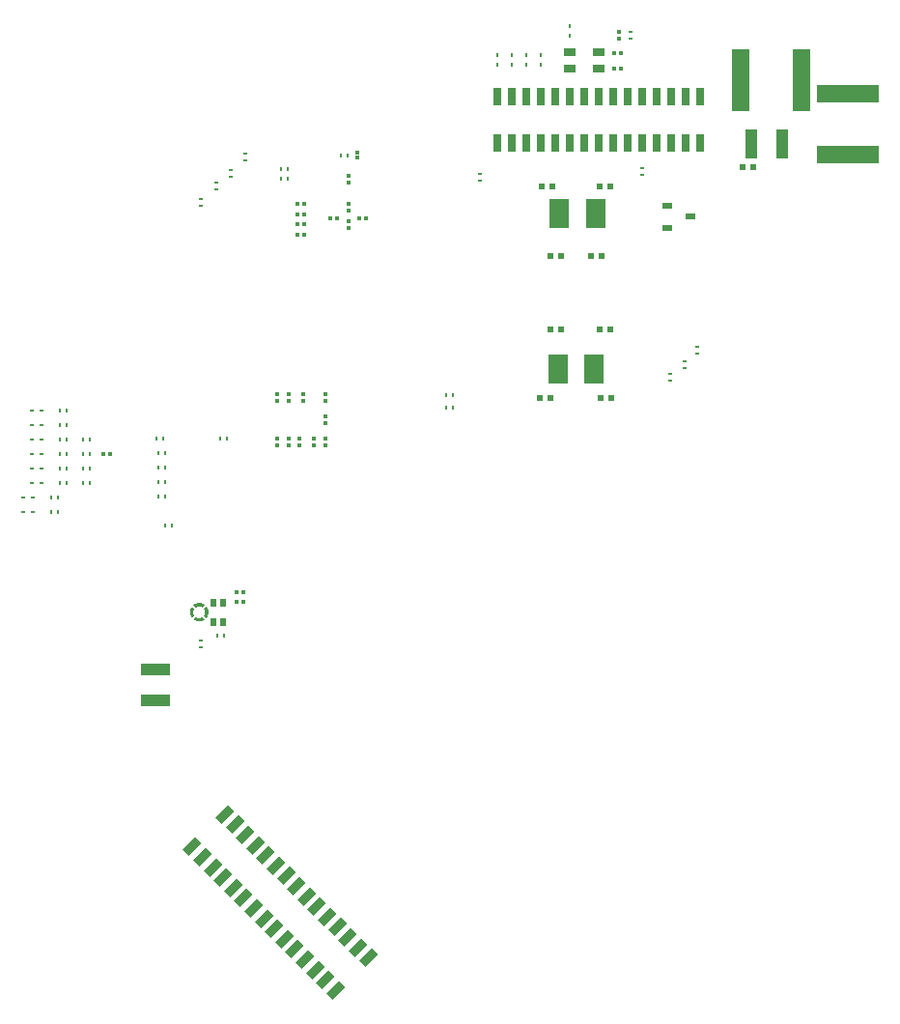
<source format=gbp>
G04*
G04 #@! TF.GenerationSoftware,Altium Limited,Altium Designer,24.1.2 (44)*
G04*
G04 Layer_Color=128*
%FSLAX44Y44*%
%MOMM*%
G71*
G04*
G04 #@! TF.SameCoordinates,E650615F-92BB-4AA2-81C1-946A8B7DB211*
G04*
G04*
G04 #@! TF.FilePolarity,Positive*
G04*
G01*
G75*
%ADD19R,0.5220X0.7250*%
%ADD22R,0.3500X0.4000*%
%ADD25R,0.2500X0.3000*%
%ADD26R,0.3000X0.2500*%
%ADD27R,0.3600X0.2500*%
%ADD28R,0.4000X0.3500*%
%ADD29R,1.5000X5.4000*%
%ADD44R,0.5588X0.5080*%
%ADD172R,0.8000X1.5560*%
%ADD173R,0.2500X0.3600*%
%ADD174R,5.4000X1.5000*%
%ADD175R,1.1000X2.6000*%
%ADD176R,0.9500X0.6000*%
%ADD177R,2.6000X1.1000*%
%ADD178R,1.6510X2.6000*%
%ADD179R,0.9800X0.7700*%
%ADD180R,0.4000X0.3000*%
G04:AMPARAMS|DCode=181|XSize=0.8mm|YSize=1.556mm|CornerRadius=0mm|HoleSize=0mm|Usage=FLASHONLY|Rotation=315.000|XOffset=0mm|YOffset=0mm|HoleType=Round|Shape=Rectangle|*
%AMROTATEDRECTD181*
4,1,4,-0.8330,-0.2673,0.2673,0.8330,0.8330,0.2673,-0.2673,-0.8330,-0.8330,-0.2673,0.0*
%
%ADD181ROTATEDRECTD181*%

G36*
X-355520Y6400D02*
X-355520Y6400D01*
X-355520Y6400D01*
X-355520Y6400D01*
D02*
G37*
G36*
X-346591Y7236D02*
X-345520Y6400D01*
X-347673Y4260D01*
X-347673Y4260D01*
X-348329Y4631D01*
X-349768Y5068D01*
X-351272D01*
X-352711Y4631D01*
X-353367Y4260D01*
X-355520Y6400D01*
X-354449Y7236D01*
X-351879Y8121D01*
X-349161Y8121D01*
X-346591Y7236D01*
D02*
G37*
G36*
X-343274Y3929D02*
X-342389Y1359D01*
X-342389Y-1359D01*
X-343274Y-3929D01*
X-344110Y-5000D01*
X-344110Y-5000D01*
X-344110Y-5000D01*
X-344110Y-5000D01*
X-346250Y-2847D01*
X-345878Y-2191D01*
X-345442Y-752D01*
Y752D01*
X-345878Y2191D01*
X-346250Y2847D01*
X-346250Y2847D01*
X-344110Y5000D01*
X-343274Y3929D01*
D02*
G37*
G36*
X-354780Y2847D02*
X-355151Y2191D01*
X-355588Y752D01*
Y-752D01*
X-355151Y-2191D01*
X-354780Y-2847D01*
X-354780Y-2847D01*
X-356920Y-5000D01*
X-357756Y-3929D01*
X-358641Y-1359D01*
X-358641Y1359D01*
X-357756Y3929D01*
X-356920Y5000D01*
X-356920Y5000D01*
X-354780Y2847D01*
D02*
G37*
G36*
X-345520Y-6400D02*
X-346591Y-7236D01*
X-349161Y-8121D01*
X-351879Y-8121D01*
X-354449Y-7236D01*
X-355520Y-6400D01*
X-355520Y-6400D01*
Y-6400D01*
X-355520D01*
X-353367Y-4260D01*
X-352711Y-4632D01*
X-351272Y-5068D01*
X-349768D01*
X-348329Y-4632D01*
X-347673Y-4260D01*
X-347673D01*
X-345520Y-6400D01*
D02*
G37*
D19*
X-338000Y8375D02*
D03*
Y-8375D02*
D03*
X-329780Y8375D02*
D03*
Y-8375D02*
D03*
D22*
X19510Y476250D02*
D03*
Y490220D02*
D03*
X-264795Y330931D02*
D03*
Y339821D02*
D03*
X-264525Y348751D02*
D03*
X-264795Y357601D02*
D03*
X-204185Y344901D02*
D03*
X-235585D02*
D03*
X-428800Y138430D02*
D03*
X-311960Y17780D02*
D03*
Y8890D02*
D03*
X13510Y490220D02*
D03*
X-258795Y330931D02*
D03*
Y339821D02*
D03*
X-258525Y348751D02*
D03*
X-258795Y357601D02*
D03*
X-317960Y17780D02*
D03*
Y8890D02*
D03*
X-210185Y344901D02*
D03*
X-229585D02*
D03*
X-434800Y138430D02*
D03*
X13510Y476250D02*
D03*
D25*
X-374190Y76200D02*
D03*
X-331930Y152400D02*
D03*
X-127810Y179070D02*
D03*
Y190500D02*
D03*
X-272590Y388620D02*
D03*
X-226520Y400050D02*
D03*
X-446580Y151130D02*
D03*
Y125730D02*
D03*
Y113030D02*
D03*
X-272590Y379730D02*
D03*
X-278590D02*
D03*
X-133810Y190500D02*
D03*
Y179070D02*
D03*
X-328470Y-20320D02*
D03*
X-334470D02*
D03*
X-325930Y152400D02*
D03*
X-452580Y113030D02*
D03*
Y125730D02*
D03*
Y151130D02*
D03*
X-472900Y176530D02*
D03*
X-466900D02*
D03*
X-381810Y152400D02*
D03*
X-387810D02*
D03*
X-472900Y163830D02*
D03*
X-466900D02*
D03*
X-380540Y139700D02*
D03*
X-386540D02*
D03*
X-472900Y151130D02*
D03*
X-466900D02*
D03*
X-380540Y127000D02*
D03*
X-386540D02*
D03*
X-472900Y138430D02*
D03*
X-466900D02*
D03*
X-380540Y114300D02*
D03*
X-386540D02*
D03*
X-472900Y125730D02*
D03*
X-466900D02*
D03*
X-380540Y101600D02*
D03*
X-386540D02*
D03*
X-472900Y113030D02*
D03*
X-466900D02*
D03*
X-480520Y100330D02*
D03*
X-474520D02*
D03*
X-480520Y87630D02*
D03*
X-474520D02*
D03*
X-452580Y138430D02*
D03*
X-446580D02*
D03*
X-380190Y76200D02*
D03*
X-220520Y400050D02*
D03*
X-278590Y388620D02*
D03*
D26*
X86360Y226870D02*
D03*
X62230Y202740D02*
D03*
X-310508Y396408D02*
D03*
X-349250Y356410D02*
D03*
X-335908Y371008D02*
D03*
X-322580Y381810D02*
D03*
X-349250Y-30940D02*
D03*
X38100Y383080D02*
D03*
X-104140Y378000D02*
D03*
X-349250Y-24940D02*
D03*
X27940Y508460D02*
D03*
Y502460D02*
D03*
X-322580Y387810D02*
D03*
X-335908Y377008D02*
D03*
X-349250Y362410D02*
D03*
X-310508Y402408D02*
D03*
X62230Y208740D02*
D03*
X74930Y220170D02*
D03*
Y214170D02*
D03*
X86360Y232870D02*
D03*
X-104140Y384000D02*
D03*
X38100Y389080D02*
D03*
D27*
X-504580Y87630D02*
D03*
Y100330D02*
D03*
X-496960Y113030D02*
D03*
Y125730D02*
D03*
Y138430D02*
D03*
Y151130D02*
D03*
Y163830D02*
D03*
Y176530D02*
D03*
X-488560D02*
D03*
Y163830D02*
D03*
Y151130D02*
D03*
Y138430D02*
D03*
Y125730D02*
D03*
Y113030D02*
D03*
X-496180Y100330D02*
D03*
Y87630D02*
D03*
D28*
X-259440Y185396D02*
D03*
X-239940Y152396D02*
D03*
X-272440Y185396D02*
D03*
X-249690Y152396D02*
D03*
X-272440D02*
D03*
X-282190Y185396D02*
D03*
X-239940Y165896D02*
D03*
X-262690Y152396D02*
D03*
X-239940Y185396D02*
D03*
X-282190Y152396D02*
D03*
X-219885Y358061D02*
D03*
Y336821D02*
D03*
Y376191D02*
D03*
X-259440Y191396D02*
D03*
X-239940Y146396D02*
D03*
X-272440Y191396D02*
D03*
X-249690Y146396D02*
D03*
X-272440D02*
D03*
X-282190Y191396D02*
D03*
X-239940Y171896D02*
D03*
X-262690Y146396D02*
D03*
X-239940Y191396D02*
D03*
X-282190Y146396D02*
D03*
X-219885Y352061D02*
D03*
Y342821D02*
D03*
X17780Y502460D02*
D03*
Y508460D02*
D03*
X-219885Y382191D02*
D03*
D29*
X124630Y466090D02*
D03*
X177630D02*
D03*
D44*
X-33274Y312420D02*
D03*
X-7366D02*
D03*
X254Y247650D02*
D03*
X-33274D02*
D03*
X135636Y389890D02*
D03*
X1524Y187960D02*
D03*
X11176D02*
D03*
X-42164D02*
D03*
X-51816D02*
D03*
X-40894Y373380D02*
D03*
X-50546D02*
D03*
X254D02*
D03*
X9906D02*
D03*
X125984Y389890D02*
D03*
X-42926Y247650D02*
D03*
X9906D02*
D03*
X2286Y312420D02*
D03*
X-42926D02*
D03*
D172*
X-12700Y451990D02*
D03*
X88900D02*
D03*
X76200D02*
D03*
X63500D02*
D03*
X50800D02*
D03*
X38100D02*
D03*
X-25400D02*
D03*
X0D02*
D03*
X12700D02*
D03*
X25400D02*
D03*
X-38100D02*
D03*
X-50800D02*
D03*
X-63500D02*
D03*
X-76200D02*
D03*
X-88900D02*
D03*
X88900Y411610D02*
D03*
X76200D02*
D03*
X63500D02*
D03*
X50800D02*
D03*
X38100D02*
D03*
X-25400D02*
D03*
X-12700D02*
D03*
X0D02*
D03*
X12700D02*
D03*
X25400D02*
D03*
X-38100D02*
D03*
X-50800D02*
D03*
X-63500D02*
D03*
X-76200D02*
D03*
X-88900D02*
D03*
D173*
X-76200Y488070D02*
D03*
X-63500D02*
D03*
X-50800D02*
D03*
X-25400Y513470D02*
D03*
X-88900Y488070D02*
D03*
Y479670D02*
D03*
X-25400Y505070D02*
D03*
X-50800Y479670D02*
D03*
X-63500D02*
D03*
X-76200D02*
D03*
D174*
X218440Y401490D02*
D03*
Y454490D02*
D03*
D175*
X160820Y410210D02*
D03*
X133820D02*
D03*
D176*
X80100Y346710D02*
D03*
X59600Y337210D02*
D03*
Y356210D02*
D03*
D177*
X-388620Y-77000D02*
D03*
Y-50000D02*
D03*
D178*
X-3175Y349250D02*
D03*
X-36195Y213360D02*
D03*
X-4445D02*
D03*
X-34925Y349250D02*
D03*
D179*
X0Y490688D02*
D03*
X-25400Y476720D02*
D03*
Y491020D02*
D03*
X0Y476388D02*
D03*
D180*
X-211565Y398381D02*
D03*
Y403181D02*
D03*
D181*
X-356430Y-205415D02*
D03*
X-347449Y-214395D02*
D03*
X-338469Y-223375D02*
D03*
X-329489Y-232355D02*
D03*
X-320509Y-241336D02*
D03*
X-275607Y-286237D02*
D03*
X-284588Y-277257D02*
D03*
X-293568Y-268276D02*
D03*
X-302548Y-259296D02*
D03*
X-311528Y-250316D02*
D03*
X-266627Y-295217D02*
D03*
X-257647Y-304197D02*
D03*
X-248667Y-313178D02*
D03*
X-239686Y-322158D02*
D03*
X-230706Y-331138D02*
D03*
X-327877Y-176862D02*
D03*
X-318897Y-185842D02*
D03*
X-309916Y-194822D02*
D03*
X-300936Y-203803D02*
D03*
X-291956Y-212783D02*
D03*
X-247055Y-257684D02*
D03*
X-256035Y-248704D02*
D03*
X-265015Y-239724D02*
D03*
X-273995Y-230743D02*
D03*
X-282976Y-221763D02*
D03*
X-238074Y-266664D02*
D03*
X-229094Y-275645D02*
D03*
X-220114Y-284625D02*
D03*
X-211134Y-293605D02*
D03*
X-202153Y-302586D02*
D03*
M02*

</source>
